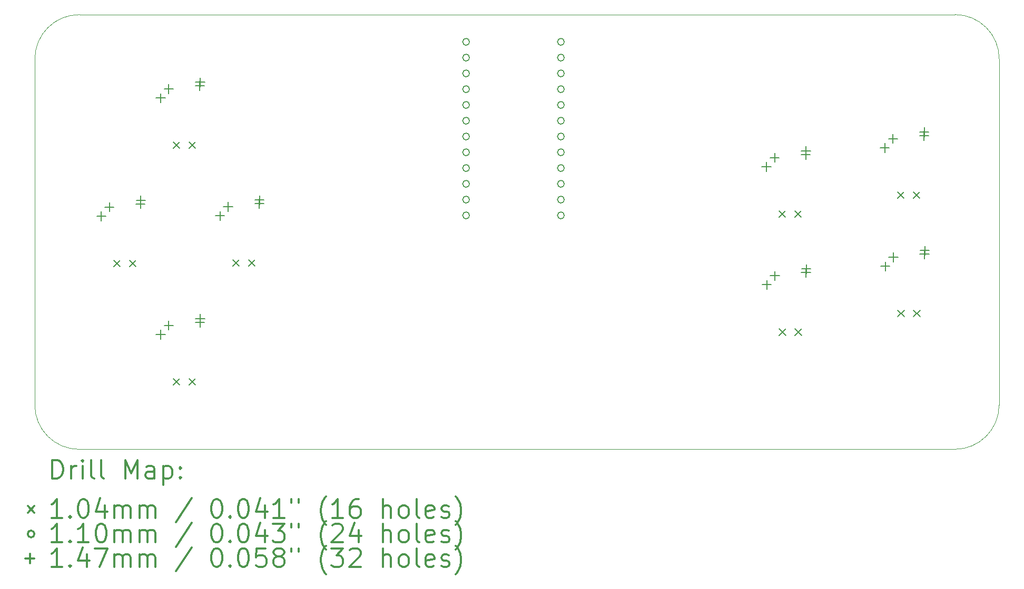
<source format=gbr>
%FSLAX45Y45*%
G04 Gerber Fmt 4.5, Leading zero omitted, Abs format (unit mm)*
G04 Created by KiCad (PCBNEW (5.1.4)-1) date 2022-05-26 19:20:16*
%MOMM*%
%LPD*%
G04 APERTURE LIST*
%ADD10C,0.120000*%
%ADD11C,0.200000*%
%ADD12C,0.300000*%
G04 APERTURE END LIST*
D10*
X6781459Y-3895695D02*
X20855068Y-3894489D01*
X6066599Y-10183027D02*
X6067084Y-4610070D01*
X20854260Y-10893790D02*
X6778657Y-10894232D01*
X21567126Y-4605695D02*
X21565465Y-10181732D01*
X20855457Y-3894490D02*
G75*
G02X21567126Y-4605695I-390J-712058D01*
G01*
X21565465Y-10182122D02*
G75*
G02X20854260Y-10893790I-712058J390D01*
G01*
X6778268Y-10894232D02*
G75*
G02X6066599Y-10183027I390J712058D01*
G01*
X6067084Y-4610070D02*
G75*
G02X6781459Y-3895695I714375J0D01*
G01*
D11*
X8289514Y-5947216D02*
X8393514Y-6051216D01*
X8393514Y-5947216D02*
X8289514Y-6051216D01*
X8543514Y-5947216D02*
X8647514Y-6051216D01*
X8647514Y-5947216D02*
X8543514Y-6051216D01*
X18032849Y-8954528D02*
X18136849Y-9058528D01*
X18136849Y-8954528D02*
X18032849Y-9058528D01*
X18027979Y-7054181D02*
X18131979Y-7158181D01*
X18131979Y-7054181D02*
X18027979Y-7158181D01*
X18281979Y-7054181D02*
X18385979Y-7158181D01*
X18385979Y-7054181D02*
X18281979Y-7158181D01*
X19937951Y-8657312D02*
X20041951Y-8761312D01*
X20041951Y-8657312D02*
X19937951Y-8761312D01*
X20191951Y-8657312D02*
X20295951Y-8761312D01*
X20295951Y-8657312D02*
X20191951Y-8761312D01*
X9245082Y-7843416D02*
X9349082Y-7947416D01*
X9349082Y-7843416D02*
X9245082Y-7947416D01*
X9499082Y-7843416D02*
X9603082Y-7947416D01*
X9603082Y-7843416D02*
X9499082Y-7947416D01*
X8290776Y-9755097D02*
X8394776Y-9859097D01*
X8394776Y-9755097D02*
X8290776Y-9859097D01*
X8544776Y-9755097D02*
X8648776Y-9859097D01*
X8648776Y-9755097D02*
X8544776Y-9859097D01*
X18286849Y-8954528D02*
X18390849Y-9058528D01*
X18390849Y-8954528D02*
X18286849Y-9058528D01*
X19930946Y-6749457D02*
X20034946Y-6853457D01*
X20034946Y-6749457D02*
X19930946Y-6853457D01*
X20184946Y-6749457D02*
X20288946Y-6853457D01*
X20288946Y-6749457D02*
X20184946Y-6853457D01*
X7336470Y-7849553D02*
X7440470Y-7953553D01*
X7440470Y-7849553D02*
X7336470Y-7953553D01*
X7590470Y-7849553D02*
X7694470Y-7953553D01*
X7694470Y-7849553D02*
X7590470Y-7953553D01*
X13052961Y-4333875D02*
G75*
G03X13052961Y-4333875I-55000J0D01*
G01*
X13052961Y-4587875D02*
G75*
G03X13052961Y-4587875I-55000J0D01*
G01*
X13052961Y-4841875D02*
G75*
G03X13052961Y-4841875I-55000J0D01*
G01*
X13052961Y-5095875D02*
G75*
G03X13052961Y-5095875I-55000J0D01*
G01*
X13052961Y-5349875D02*
G75*
G03X13052961Y-5349875I-55000J0D01*
G01*
X13052961Y-5603875D02*
G75*
G03X13052961Y-5603875I-55000J0D01*
G01*
X13052961Y-5857875D02*
G75*
G03X13052961Y-5857875I-55000J0D01*
G01*
X13052961Y-6111875D02*
G75*
G03X13052961Y-6111875I-55000J0D01*
G01*
X13052961Y-6365875D02*
G75*
G03X13052961Y-6365875I-55000J0D01*
G01*
X13052961Y-6619875D02*
G75*
G03X13052961Y-6619875I-55000J0D01*
G01*
X13052961Y-6873875D02*
G75*
G03X13052961Y-6873875I-55000J0D01*
G01*
X13052961Y-7127875D02*
G75*
G03X13052961Y-7127875I-55000J0D01*
G01*
X14576961Y-4333875D02*
G75*
G03X14576961Y-4333875I-55000J0D01*
G01*
X14576961Y-4587875D02*
G75*
G03X14576961Y-4587875I-55000J0D01*
G01*
X14576961Y-4841875D02*
G75*
G03X14576961Y-4841875I-55000J0D01*
G01*
X14576961Y-5095875D02*
G75*
G03X14576961Y-5095875I-55000J0D01*
G01*
X14576961Y-5349875D02*
G75*
G03X14576961Y-5349875I-55000J0D01*
G01*
X14576961Y-5603875D02*
G75*
G03X14576961Y-5603875I-55000J0D01*
G01*
X14576961Y-5857875D02*
G75*
G03X14576961Y-5857875I-55000J0D01*
G01*
X14576961Y-6111875D02*
G75*
G03X14576961Y-6111875I-55000J0D01*
G01*
X14576961Y-6365875D02*
G75*
G03X14576961Y-6365875I-55000J0D01*
G01*
X14576961Y-6619875D02*
G75*
G03X14576961Y-6619875I-55000J0D01*
G01*
X14576961Y-6873875D02*
G75*
G03X14576961Y-6873875I-55000J0D01*
G01*
X14576961Y-7127875D02*
G75*
G03X14576961Y-7127875I-55000J0D01*
G01*
X17830849Y-8171028D02*
X17830849Y-8318028D01*
X17757349Y-8244528D02*
X17904349Y-8244528D01*
X17961849Y-8025028D02*
X17961849Y-8172028D01*
X17888349Y-8098528D02*
X18035349Y-8098528D01*
X18461849Y-7975028D02*
X18461849Y-8122028D01*
X18388349Y-8048528D02*
X18535349Y-8048528D01*
X18465849Y-7917028D02*
X18465849Y-8064028D01*
X18392349Y-7990528D02*
X18539349Y-7990528D01*
X19728946Y-5965957D02*
X19728946Y-6112957D01*
X19655446Y-6039457D02*
X19802446Y-6039457D01*
X19859946Y-5819957D02*
X19859946Y-5966957D01*
X19786446Y-5893457D02*
X19933446Y-5893457D01*
X20359946Y-5769957D02*
X20359946Y-5916957D01*
X20286446Y-5843457D02*
X20433446Y-5843457D01*
X20363946Y-5711957D02*
X20363946Y-5858957D01*
X20290446Y-5785457D02*
X20437446Y-5785457D01*
X7134470Y-7066053D02*
X7134470Y-7213053D01*
X7060970Y-7139553D02*
X7207970Y-7139553D01*
X7265470Y-6920053D02*
X7265470Y-7067053D01*
X7191970Y-6993553D02*
X7338970Y-6993553D01*
X7765470Y-6870053D02*
X7765470Y-7017053D01*
X7691970Y-6943553D02*
X7838970Y-6943553D01*
X7769470Y-6812053D02*
X7769470Y-6959053D01*
X7695970Y-6885553D02*
X7842970Y-6885553D01*
X17825979Y-6270681D02*
X17825979Y-6417681D01*
X17752479Y-6344181D02*
X17899479Y-6344181D01*
X17956979Y-6124681D02*
X17956979Y-6271681D01*
X17883479Y-6198181D02*
X18030479Y-6198181D01*
X18456979Y-6074681D02*
X18456979Y-6221681D01*
X18383479Y-6148181D02*
X18530479Y-6148181D01*
X18460979Y-6016681D02*
X18460979Y-6163681D01*
X18387479Y-6090181D02*
X18534479Y-6090181D01*
X19735951Y-7873812D02*
X19735951Y-8020812D01*
X19662451Y-7947312D02*
X19809451Y-7947312D01*
X19866951Y-7727812D02*
X19866951Y-7874812D01*
X19793451Y-7801312D02*
X19940451Y-7801312D01*
X20366951Y-7677812D02*
X20366951Y-7824812D01*
X20293451Y-7751312D02*
X20440451Y-7751312D01*
X20370951Y-7619812D02*
X20370951Y-7766812D01*
X20297451Y-7693312D02*
X20444451Y-7693312D01*
X9043082Y-7059916D02*
X9043082Y-7206916D01*
X8969582Y-7133416D02*
X9116582Y-7133416D01*
X9174082Y-6913916D02*
X9174082Y-7060916D01*
X9100582Y-6987416D02*
X9247582Y-6987416D01*
X9674082Y-6863916D02*
X9674082Y-7010916D01*
X9600582Y-6937416D02*
X9747582Y-6937416D01*
X9678082Y-6805916D02*
X9678082Y-6952916D01*
X9604582Y-6879416D02*
X9751582Y-6879416D01*
X8088776Y-8971597D02*
X8088776Y-9118597D01*
X8015276Y-9045097D02*
X8162276Y-9045097D01*
X8219776Y-8825597D02*
X8219776Y-8972597D01*
X8146276Y-8899097D02*
X8293276Y-8899097D01*
X8719776Y-8775597D02*
X8719776Y-8922597D01*
X8646276Y-8849097D02*
X8793276Y-8849097D01*
X8723776Y-8717597D02*
X8723776Y-8864597D01*
X8650276Y-8791097D02*
X8797276Y-8791097D01*
X8087514Y-5163716D02*
X8087514Y-5310716D01*
X8014014Y-5237216D02*
X8161014Y-5237216D01*
X8218514Y-5017716D02*
X8218514Y-5164716D01*
X8145014Y-5091216D02*
X8292014Y-5091216D01*
X8718514Y-4967716D02*
X8718514Y-5114716D01*
X8645014Y-5041216D02*
X8792014Y-5041216D01*
X8722514Y-4909716D02*
X8722514Y-5056716D01*
X8649014Y-4983216D02*
X8796014Y-4983216D01*
D12*
X6347028Y-11365946D02*
X6347028Y-11065946D01*
X6418456Y-11065946D01*
X6461313Y-11080232D01*
X6489885Y-11108803D01*
X6504171Y-11137375D01*
X6518456Y-11194518D01*
X6518456Y-11237375D01*
X6504171Y-11294518D01*
X6489885Y-11323089D01*
X6461313Y-11351660D01*
X6418456Y-11365946D01*
X6347028Y-11365946D01*
X6647028Y-11365946D02*
X6647028Y-11165946D01*
X6647028Y-11223089D02*
X6661313Y-11194518D01*
X6675599Y-11180232D01*
X6704171Y-11165946D01*
X6732742Y-11165946D01*
X6832742Y-11365946D02*
X6832742Y-11165946D01*
X6832742Y-11065946D02*
X6818456Y-11080232D01*
X6832742Y-11094518D01*
X6847028Y-11080232D01*
X6832742Y-11065946D01*
X6832742Y-11094518D01*
X7018456Y-11365946D02*
X6989885Y-11351660D01*
X6975599Y-11323089D01*
X6975599Y-11065946D01*
X7175599Y-11365946D02*
X7147028Y-11351660D01*
X7132742Y-11323089D01*
X7132742Y-11065946D01*
X7518456Y-11365946D02*
X7518456Y-11065946D01*
X7618456Y-11280232D01*
X7718456Y-11065946D01*
X7718456Y-11365946D01*
X7989885Y-11365946D02*
X7989885Y-11208803D01*
X7975599Y-11180232D01*
X7947028Y-11165946D01*
X7889885Y-11165946D01*
X7861313Y-11180232D01*
X7989885Y-11351660D02*
X7961313Y-11365946D01*
X7889885Y-11365946D01*
X7861313Y-11351660D01*
X7847028Y-11323089D01*
X7847028Y-11294518D01*
X7861313Y-11265946D01*
X7889885Y-11251660D01*
X7961313Y-11251660D01*
X7989885Y-11237375D01*
X8132742Y-11165946D02*
X8132742Y-11465946D01*
X8132742Y-11180232D02*
X8161313Y-11165946D01*
X8218456Y-11165946D01*
X8247028Y-11180232D01*
X8261313Y-11194518D01*
X8275599Y-11223089D01*
X8275599Y-11308803D01*
X8261313Y-11337375D01*
X8247028Y-11351660D01*
X8218456Y-11365946D01*
X8161313Y-11365946D01*
X8132742Y-11351660D01*
X8404171Y-11337375D02*
X8418456Y-11351660D01*
X8404171Y-11365946D01*
X8389885Y-11351660D01*
X8404171Y-11337375D01*
X8404171Y-11365946D01*
X8404171Y-11180232D02*
X8418456Y-11194518D01*
X8404171Y-11208803D01*
X8389885Y-11194518D01*
X8404171Y-11180232D01*
X8404171Y-11208803D01*
X5956599Y-11808232D02*
X6060599Y-11912232D01*
X6060599Y-11808232D02*
X5956599Y-11912232D01*
X6504171Y-11995946D02*
X6332742Y-11995946D01*
X6418456Y-11995946D02*
X6418456Y-11695946D01*
X6389885Y-11738803D01*
X6361313Y-11767375D01*
X6332742Y-11781660D01*
X6632742Y-11967375D02*
X6647028Y-11981660D01*
X6632742Y-11995946D01*
X6618456Y-11981660D01*
X6632742Y-11967375D01*
X6632742Y-11995946D01*
X6832742Y-11695946D02*
X6861313Y-11695946D01*
X6889885Y-11710232D01*
X6904171Y-11724518D01*
X6918456Y-11753089D01*
X6932742Y-11810232D01*
X6932742Y-11881660D01*
X6918456Y-11938803D01*
X6904171Y-11967375D01*
X6889885Y-11981660D01*
X6861313Y-11995946D01*
X6832742Y-11995946D01*
X6804171Y-11981660D01*
X6789885Y-11967375D01*
X6775599Y-11938803D01*
X6761313Y-11881660D01*
X6761313Y-11810232D01*
X6775599Y-11753089D01*
X6789885Y-11724518D01*
X6804171Y-11710232D01*
X6832742Y-11695946D01*
X7189885Y-11795946D02*
X7189885Y-11995946D01*
X7118456Y-11681660D02*
X7047028Y-11895946D01*
X7232742Y-11895946D01*
X7347028Y-11995946D02*
X7347028Y-11795946D01*
X7347028Y-11824518D02*
X7361313Y-11810232D01*
X7389885Y-11795946D01*
X7432742Y-11795946D01*
X7461313Y-11810232D01*
X7475599Y-11838803D01*
X7475599Y-11995946D01*
X7475599Y-11838803D02*
X7489885Y-11810232D01*
X7518456Y-11795946D01*
X7561313Y-11795946D01*
X7589885Y-11810232D01*
X7604171Y-11838803D01*
X7604171Y-11995946D01*
X7747028Y-11995946D02*
X7747028Y-11795946D01*
X7747028Y-11824518D02*
X7761313Y-11810232D01*
X7789885Y-11795946D01*
X7832742Y-11795946D01*
X7861313Y-11810232D01*
X7875599Y-11838803D01*
X7875599Y-11995946D01*
X7875599Y-11838803D02*
X7889885Y-11810232D01*
X7918456Y-11795946D01*
X7961313Y-11795946D01*
X7989885Y-11810232D01*
X8004171Y-11838803D01*
X8004171Y-11995946D01*
X8589885Y-11681660D02*
X8332742Y-12067375D01*
X8975599Y-11695946D02*
X9004171Y-11695946D01*
X9032742Y-11710232D01*
X9047028Y-11724518D01*
X9061313Y-11753089D01*
X9075599Y-11810232D01*
X9075599Y-11881660D01*
X9061313Y-11938803D01*
X9047028Y-11967375D01*
X9032742Y-11981660D01*
X9004171Y-11995946D01*
X8975599Y-11995946D01*
X8947028Y-11981660D01*
X8932742Y-11967375D01*
X8918456Y-11938803D01*
X8904171Y-11881660D01*
X8904171Y-11810232D01*
X8918456Y-11753089D01*
X8932742Y-11724518D01*
X8947028Y-11710232D01*
X8975599Y-11695946D01*
X9204171Y-11967375D02*
X9218456Y-11981660D01*
X9204171Y-11995946D01*
X9189885Y-11981660D01*
X9204171Y-11967375D01*
X9204171Y-11995946D01*
X9404171Y-11695946D02*
X9432742Y-11695946D01*
X9461313Y-11710232D01*
X9475599Y-11724518D01*
X9489885Y-11753089D01*
X9504171Y-11810232D01*
X9504171Y-11881660D01*
X9489885Y-11938803D01*
X9475599Y-11967375D01*
X9461313Y-11981660D01*
X9432742Y-11995946D01*
X9404171Y-11995946D01*
X9375599Y-11981660D01*
X9361313Y-11967375D01*
X9347028Y-11938803D01*
X9332742Y-11881660D01*
X9332742Y-11810232D01*
X9347028Y-11753089D01*
X9361313Y-11724518D01*
X9375599Y-11710232D01*
X9404171Y-11695946D01*
X9761313Y-11795946D02*
X9761313Y-11995946D01*
X9689885Y-11681660D02*
X9618456Y-11895946D01*
X9804171Y-11895946D01*
X10075599Y-11995946D02*
X9904171Y-11995946D01*
X9989885Y-11995946D02*
X9989885Y-11695946D01*
X9961313Y-11738803D01*
X9932742Y-11767375D01*
X9904171Y-11781660D01*
X10189885Y-11695946D02*
X10189885Y-11753089D01*
X10304171Y-11695946D02*
X10304171Y-11753089D01*
X10747028Y-12110232D02*
X10732742Y-12095946D01*
X10704171Y-12053089D01*
X10689885Y-12024518D01*
X10675599Y-11981660D01*
X10661313Y-11910232D01*
X10661313Y-11853089D01*
X10675599Y-11781660D01*
X10689885Y-11738803D01*
X10704171Y-11710232D01*
X10732742Y-11667375D01*
X10747028Y-11653089D01*
X11018456Y-11995946D02*
X10847028Y-11995946D01*
X10932742Y-11995946D02*
X10932742Y-11695946D01*
X10904171Y-11738803D01*
X10875599Y-11767375D01*
X10847028Y-11781660D01*
X11275599Y-11695946D02*
X11218456Y-11695946D01*
X11189885Y-11710232D01*
X11175599Y-11724518D01*
X11147028Y-11767375D01*
X11132742Y-11824518D01*
X11132742Y-11938803D01*
X11147028Y-11967375D01*
X11161313Y-11981660D01*
X11189885Y-11995946D01*
X11247028Y-11995946D01*
X11275599Y-11981660D01*
X11289885Y-11967375D01*
X11304171Y-11938803D01*
X11304171Y-11867375D01*
X11289885Y-11838803D01*
X11275599Y-11824518D01*
X11247028Y-11810232D01*
X11189885Y-11810232D01*
X11161313Y-11824518D01*
X11147028Y-11838803D01*
X11132742Y-11867375D01*
X11661313Y-11995946D02*
X11661313Y-11695946D01*
X11789885Y-11995946D02*
X11789885Y-11838803D01*
X11775599Y-11810232D01*
X11747028Y-11795946D01*
X11704171Y-11795946D01*
X11675599Y-11810232D01*
X11661313Y-11824518D01*
X11975599Y-11995946D02*
X11947028Y-11981660D01*
X11932742Y-11967375D01*
X11918456Y-11938803D01*
X11918456Y-11853089D01*
X11932742Y-11824518D01*
X11947028Y-11810232D01*
X11975599Y-11795946D01*
X12018456Y-11795946D01*
X12047028Y-11810232D01*
X12061313Y-11824518D01*
X12075599Y-11853089D01*
X12075599Y-11938803D01*
X12061313Y-11967375D01*
X12047028Y-11981660D01*
X12018456Y-11995946D01*
X11975599Y-11995946D01*
X12247028Y-11995946D02*
X12218456Y-11981660D01*
X12204171Y-11953089D01*
X12204171Y-11695946D01*
X12475599Y-11981660D02*
X12447028Y-11995946D01*
X12389885Y-11995946D01*
X12361313Y-11981660D01*
X12347028Y-11953089D01*
X12347028Y-11838803D01*
X12361313Y-11810232D01*
X12389885Y-11795946D01*
X12447028Y-11795946D01*
X12475599Y-11810232D01*
X12489885Y-11838803D01*
X12489885Y-11867375D01*
X12347028Y-11895946D01*
X12604171Y-11981660D02*
X12632742Y-11995946D01*
X12689885Y-11995946D01*
X12718456Y-11981660D01*
X12732742Y-11953089D01*
X12732742Y-11938803D01*
X12718456Y-11910232D01*
X12689885Y-11895946D01*
X12647028Y-11895946D01*
X12618456Y-11881660D01*
X12604171Y-11853089D01*
X12604171Y-11838803D01*
X12618456Y-11810232D01*
X12647028Y-11795946D01*
X12689885Y-11795946D01*
X12718456Y-11810232D01*
X12832742Y-12110232D02*
X12847028Y-12095946D01*
X12875599Y-12053089D01*
X12889885Y-12024518D01*
X12904171Y-11981660D01*
X12918456Y-11910232D01*
X12918456Y-11853089D01*
X12904171Y-11781660D01*
X12889885Y-11738803D01*
X12875599Y-11710232D01*
X12847028Y-11667375D01*
X12832742Y-11653089D01*
X6060599Y-12256232D02*
G75*
G03X6060599Y-12256232I-55000J0D01*
G01*
X6504171Y-12391946D02*
X6332742Y-12391946D01*
X6418456Y-12391946D02*
X6418456Y-12091946D01*
X6389885Y-12134803D01*
X6361313Y-12163375D01*
X6332742Y-12177660D01*
X6632742Y-12363375D02*
X6647028Y-12377660D01*
X6632742Y-12391946D01*
X6618456Y-12377660D01*
X6632742Y-12363375D01*
X6632742Y-12391946D01*
X6932742Y-12391946D02*
X6761313Y-12391946D01*
X6847028Y-12391946D02*
X6847028Y-12091946D01*
X6818456Y-12134803D01*
X6789885Y-12163375D01*
X6761313Y-12177660D01*
X7118456Y-12091946D02*
X7147028Y-12091946D01*
X7175599Y-12106232D01*
X7189885Y-12120518D01*
X7204171Y-12149089D01*
X7218456Y-12206232D01*
X7218456Y-12277660D01*
X7204171Y-12334803D01*
X7189885Y-12363375D01*
X7175599Y-12377660D01*
X7147028Y-12391946D01*
X7118456Y-12391946D01*
X7089885Y-12377660D01*
X7075599Y-12363375D01*
X7061313Y-12334803D01*
X7047028Y-12277660D01*
X7047028Y-12206232D01*
X7061313Y-12149089D01*
X7075599Y-12120518D01*
X7089885Y-12106232D01*
X7118456Y-12091946D01*
X7347028Y-12391946D02*
X7347028Y-12191946D01*
X7347028Y-12220518D02*
X7361313Y-12206232D01*
X7389885Y-12191946D01*
X7432742Y-12191946D01*
X7461313Y-12206232D01*
X7475599Y-12234803D01*
X7475599Y-12391946D01*
X7475599Y-12234803D02*
X7489885Y-12206232D01*
X7518456Y-12191946D01*
X7561313Y-12191946D01*
X7589885Y-12206232D01*
X7604171Y-12234803D01*
X7604171Y-12391946D01*
X7747028Y-12391946D02*
X7747028Y-12191946D01*
X7747028Y-12220518D02*
X7761313Y-12206232D01*
X7789885Y-12191946D01*
X7832742Y-12191946D01*
X7861313Y-12206232D01*
X7875599Y-12234803D01*
X7875599Y-12391946D01*
X7875599Y-12234803D02*
X7889885Y-12206232D01*
X7918456Y-12191946D01*
X7961313Y-12191946D01*
X7989885Y-12206232D01*
X8004171Y-12234803D01*
X8004171Y-12391946D01*
X8589885Y-12077660D02*
X8332742Y-12463375D01*
X8975599Y-12091946D02*
X9004171Y-12091946D01*
X9032742Y-12106232D01*
X9047028Y-12120518D01*
X9061313Y-12149089D01*
X9075599Y-12206232D01*
X9075599Y-12277660D01*
X9061313Y-12334803D01*
X9047028Y-12363375D01*
X9032742Y-12377660D01*
X9004171Y-12391946D01*
X8975599Y-12391946D01*
X8947028Y-12377660D01*
X8932742Y-12363375D01*
X8918456Y-12334803D01*
X8904171Y-12277660D01*
X8904171Y-12206232D01*
X8918456Y-12149089D01*
X8932742Y-12120518D01*
X8947028Y-12106232D01*
X8975599Y-12091946D01*
X9204171Y-12363375D02*
X9218456Y-12377660D01*
X9204171Y-12391946D01*
X9189885Y-12377660D01*
X9204171Y-12363375D01*
X9204171Y-12391946D01*
X9404171Y-12091946D02*
X9432742Y-12091946D01*
X9461313Y-12106232D01*
X9475599Y-12120518D01*
X9489885Y-12149089D01*
X9504171Y-12206232D01*
X9504171Y-12277660D01*
X9489885Y-12334803D01*
X9475599Y-12363375D01*
X9461313Y-12377660D01*
X9432742Y-12391946D01*
X9404171Y-12391946D01*
X9375599Y-12377660D01*
X9361313Y-12363375D01*
X9347028Y-12334803D01*
X9332742Y-12277660D01*
X9332742Y-12206232D01*
X9347028Y-12149089D01*
X9361313Y-12120518D01*
X9375599Y-12106232D01*
X9404171Y-12091946D01*
X9761313Y-12191946D02*
X9761313Y-12391946D01*
X9689885Y-12077660D02*
X9618456Y-12291946D01*
X9804171Y-12291946D01*
X9889885Y-12091946D02*
X10075599Y-12091946D01*
X9975599Y-12206232D01*
X10018456Y-12206232D01*
X10047028Y-12220518D01*
X10061313Y-12234803D01*
X10075599Y-12263375D01*
X10075599Y-12334803D01*
X10061313Y-12363375D01*
X10047028Y-12377660D01*
X10018456Y-12391946D01*
X9932742Y-12391946D01*
X9904171Y-12377660D01*
X9889885Y-12363375D01*
X10189885Y-12091946D02*
X10189885Y-12149089D01*
X10304171Y-12091946D02*
X10304171Y-12149089D01*
X10747028Y-12506232D02*
X10732742Y-12491946D01*
X10704171Y-12449089D01*
X10689885Y-12420518D01*
X10675599Y-12377660D01*
X10661313Y-12306232D01*
X10661313Y-12249089D01*
X10675599Y-12177660D01*
X10689885Y-12134803D01*
X10704171Y-12106232D01*
X10732742Y-12063375D01*
X10747028Y-12049089D01*
X10847028Y-12120518D02*
X10861313Y-12106232D01*
X10889885Y-12091946D01*
X10961313Y-12091946D01*
X10989885Y-12106232D01*
X11004171Y-12120518D01*
X11018456Y-12149089D01*
X11018456Y-12177660D01*
X11004171Y-12220518D01*
X10832742Y-12391946D01*
X11018456Y-12391946D01*
X11275599Y-12191946D02*
X11275599Y-12391946D01*
X11204171Y-12077660D02*
X11132742Y-12291946D01*
X11318456Y-12291946D01*
X11661313Y-12391946D02*
X11661313Y-12091946D01*
X11789885Y-12391946D02*
X11789885Y-12234803D01*
X11775599Y-12206232D01*
X11747028Y-12191946D01*
X11704171Y-12191946D01*
X11675599Y-12206232D01*
X11661313Y-12220518D01*
X11975599Y-12391946D02*
X11947028Y-12377660D01*
X11932742Y-12363375D01*
X11918456Y-12334803D01*
X11918456Y-12249089D01*
X11932742Y-12220518D01*
X11947028Y-12206232D01*
X11975599Y-12191946D01*
X12018456Y-12191946D01*
X12047028Y-12206232D01*
X12061313Y-12220518D01*
X12075599Y-12249089D01*
X12075599Y-12334803D01*
X12061313Y-12363375D01*
X12047028Y-12377660D01*
X12018456Y-12391946D01*
X11975599Y-12391946D01*
X12247028Y-12391946D02*
X12218456Y-12377660D01*
X12204171Y-12349089D01*
X12204171Y-12091946D01*
X12475599Y-12377660D02*
X12447028Y-12391946D01*
X12389885Y-12391946D01*
X12361313Y-12377660D01*
X12347028Y-12349089D01*
X12347028Y-12234803D01*
X12361313Y-12206232D01*
X12389885Y-12191946D01*
X12447028Y-12191946D01*
X12475599Y-12206232D01*
X12489885Y-12234803D01*
X12489885Y-12263375D01*
X12347028Y-12291946D01*
X12604171Y-12377660D02*
X12632742Y-12391946D01*
X12689885Y-12391946D01*
X12718456Y-12377660D01*
X12732742Y-12349089D01*
X12732742Y-12334803D01*
X12718456Y-12306232D01*
X12689885Y-12291946D01*
X12647028Y-12291946D01*
X12618456Y-12277660D01*
X12604171Y-12249089D01*
X12604171Y-12234803D01*
X12618456Y-12206232D01*
X12647028Y-12191946D01*
X12689885Y-12191946D01*
X12718456Y-12206232D01*
X12832742Y-12506232D02*
X12847028Y-12491946D01*
X12875599Y-12449089D01*
X12889885Y-12420518D01*
X12904171Y-12377660D01*
X12918456Y-12306232D01*
X12918456Y-12249089D01*
X12904171Y-12177660D01*
X12889885Y-12134803D01*
X12875599Y-12106232D01*
X12847028Y-12063375D01*
X12832742Y-12049089D01*
X5987099Y-12578732D02*
X5987099Y-12725732D01*
X5913599Y-12652232D02*
X6060599Y-12652232D01*
X6504171Y-12787946D02*
X6332742Y-12787946D01*
X6418456Y-12787946D02*
X6418456Y-12487946D01*
X6389885Y-12530803D01*
X6361313Y-12559375D01*
X6332742Y-12573660D01*
X6632742Y-12759375D02*
X6647028Y-12773660D01*
X6632742Y-12787946D01*
X6618456Y-12773660D01*
X6632742Y-12759375D01*
X6632742Y-12787946D01*
X6904171Y-12587946D02*
X6904171Y-12787946D01*
X6832742Y-12473660D02*
X6761313Y-12687946D01*
X6947028Y-12687946D01*
X7032742Y-12487946D02*
X7232742Y-12487946D01*
X7104171Y-12787946D01*
X7347028Y-12787946D02*
X7347028Y-12587946D01*
X7347028Y-12616518D02*
X7361313Y-12602232D01*
X7389885Y-12587946D01*
X7432742Y-12587946D01*
X7461313Y-12602232D01*
X7475599Y-12630803D01*
X7475599Y-12787946D01*
X7475599Y-12630803D02*
X7489885Y-12602232D01*
X7518456Y-12587946D01*
X7561313Y-12587946D01*
X7589885Y-12602232D01*
X7604171Y-12630803D01*
X7604171Y-12787946D01*
X7747028Y-12787946D02*
X7747028Y-12587946D01*
X7747028Y-12616518D02*
X7761313Y-12602232D01*
X7789885Y-12587946D01*
X7832742Y-12587946D01*
X7861313Y-12602232D01*
X7875599Y-12630803D01*
X7875599Y-12787946D01*
X7875599Y-12630803D02*
X7889885Y-12602232D01*
X7918456Y-12587946D01*
X7961313Y-12587946D01*
X7989885Y-12602232D01*
X8004171Y-12630803D01*
X8004171Y-12787946D01*
X8589885Y-12473660D02*
X8332742Y-12859375D01*
X8975599Y-12487946D02*
X9004171Y-12487946D01*
X9032742Y-12502232D01*
X9047028Y-12516518D01*
X9061313Y-12545089D01*
X9075599Y-12602232D01*
X9075599Y-12673660D01*
X9061313Y-12730803D01*
X9047028Y-12759375D01*
X9032742Y-12773660D01*
X9004171Y-12787946D01*
X8975599Y-12787946D01*
X8947028Y-12773660D01*
X8932742Y-12759375D01*
X8918456Y-12730803D01*
X8904171Y-12673660D01*
X8904171Y-12602232D01*
X8918456Y-12545089D01*
X8932742Y-12516518D01*
X8947028Y-12502232D01*
X8975599Y-12487946D01*
X9204171Y-12759375D02*
X9218456Y-12773660D01*
X9204171Y-12787946D01*
X9189885Y-12773660D01*
X9204171Y-12759375D01*
X9204171Y-12787946D01*
X9404171Y-12487946D02*
X9432742Y-12487946D01*
X9461313Y-12502232D01*
X9475599Y-12516518D01*
X9489885Y-12545089D01*
X9504171Y-12602232D01*
X9504171Y-12673660D01*
X9489885Y-12730803D01*
X9475599Y-12759375D01*
X9461313Y-12773660D01*
X9432742Y-12787946D01*
X9404171Y-12787946D01*
X9375599Y-12773660D01*
X9361313Y-12759375D01*
X9347028Y-12730803D01*
X9332742Y-12673660D01*
X9332742Y-12602232D01*
X9347028Y-12545089D01*
X9361313Y-12516518D01*
X9375599Y-12502232D01*
X9404171Y-12487946D01*
X9775599Y-12487946D02*
X9632742Y-12487946D01*
X9618456Y-12630803D01*
X9632742Y-12616518D01*
X9661313Y-12602232D01*
X9732742Y-12602232D01*
X9761313Y-12616518D01*
X9775599Y-12630803D01*
X9789885Y-12659375D01*
X9789885Y-12730803D01*
X9775599Y-12759375D01*
X9761313Y-12773660D01*
X9732742Y-12787946D01*
X9661313Y-12787946D01*
X9632742Y-12773660D01*
X9618456Y-12759375D01*
X9961313Y-12616518D02*
X9932742Y-12602232D01*
X9918456Y-12587946D01*
X9904171Y-12559375D01*
X9904171Y-12545089D01*
X9918456Y-12516518D01*
X9932742Y-12502232D01*
X9961313Y-12487946D01*
X10018456Y-12487946D01*
X10047028Y-12502232D01*
X10061313Y-12516518D01*
X10075599Y-12545089D01*
X10075599Y-12559375D01*
X10061313Y-12587946D01*
X10047028Y-12602232D01*
X10018456Y-12616518D01*
X9961313Y-12616518D01*
X9932742Y-12630803D01*
X9918456Y-12645089D01*
X9904171Y-12673660D01*
X9904171Y-12730803D01*
X9918456Y-12759375D01*
X9932742Y-12773660D01*
X9961313Y-12787946D01*
X10018456Y-12787946D01*
X10047028Y-12773660D01*
X10061313Y-12759375D01*
X10075599Y-12730803D01*
X10075599Y-12673660D01*
X10061313Y-12645089D01*
X10047028Y-12630803D01*
X10018456Y-12616518D01*
X10189885Y-12487946D02*
X10189885Y-12545089D01*
X10304171Y-12487946D02*
X10304171Y-12545089D01*
X10747028Y-12902232D02*
X10732742Y-12887946D01*
X10704171Y-12845089D01*
X10689885Y-12816518D01*
X10675599Y-12773660D01*
X10661313Y-12702232D01*
X10661313Y-12645089D01*
X10675599Y-12573660D01*
X10689885Y-12530803D01*
X10704171Y-12502232D01*
X10732742Y-12459375D01*
X10747028Y-12445089D01*
X10832742Y-12487946D02*
X11018456Y-12487946D01*
X10918456Y-12602232D01*
X10961313Y-12602232D01*
X10989885Y-12616518D01*
X11004171Y-12630803D01*
X11018456Y-12659375D01*
X11018456Y-12730803D01*
X11004171Y-12759375D01*
X10989885Y-12773660D01*
X10961313Y-12787946D01*
X10875599Y-12787946D01*
X10847028Y-12773660D01*
X10832742Y-12759375D01*
X11132742Y-12516518D02*
X11147028Y-12502232D01*
X11175599Y-12487946D01*
X11247028Y-12487946D01*
X11275599Y-12502232D01*
X11289885Y-12516518D01*
X11304171Y-12545089D01*
X11304171Y-12573660D01*
X11289885Y-12616518D01*
X11118456Y-12787946D01*
X11304171Y-12787946D01*
X11661313Y-12787946D02*
X11661313Y-12487946D01*
X11789885Y-12787946D02*
X11789885Y-12630803D01*
X11775599Y-12602232D01*
X11747028Y-12587946D01*
X11704171Y-12587946D01*
X11675599Y-12602232D01*
X11661313Y-12616518D01*
X11975599Y-12787946D02*
X11947028Y-12773660D01*
X11932742Y-12759375D01*
X11918456Y-12730803D01*
X11918456Y-12645089D01*
X11932742Y-12616518D01*
X11947028Y-12602232D01*
X11975599Y-12587946D01*
X12018456Y-12587946D01*
X12047028Y-12602232D01*
X12061313Y-12616518D01*
X12075599Y-12645089D01*
X12075599Y-12730803D01*
X12061313Y-12759375D01*
X12047028Y-12773660D01*
X12018456Y-12787946D01*
X11975599Y-12787946D01*
X12247028Y-12787946D02*
X12218456Y-12773660D01*
X12204171Y-12745089D01*
X12204171Y-12487946D01*
X12475599Y-12773660D02*
X12447028Y-12787946D01*
X12389885Y-12787946D01*
X12361313Y-12773660D01*
X12347028Y-12745089D01*
X12347028Y-12630803D01*
X12361313Y-12602232D01*
X12389885Y-12587946D01*
X12447028Y-12587946D01*
X12475599Y-12602232D01*
X12489885Y-12630803D01*
X12489885Y-12659375D01*
X12347028Y-12687946D01*
X12604171Y-12773660D02*
X12632742Y-12787946D01*
X12689885Y-12787946D01*
X12718456Y-12773660D01*
X12732742Y-12745089D01*
X12732742Y-12730803D01*
X12718456Y-12702232D01*
X12689885Y-12687946D01*
X12647028Y-12687946D01*
X12618456Y-12673660D01*
X12604171Y-12645089D01*
X12604171Y-12630803D01*
X12618456Y-12602232D01*
X12647028Y-12587946D01*
X12689885Y-12587946D01*
X12718456Y-12602232D01*
X12832742Y-12902232D02*
X12847028Y-12887946D01*
X12875599Y-12845089D01*
X12889885Y-12816518D01*
X12904171Y-12773660D01*
X12918456Y-12702232D01*
X12918456Y-12645089D01*
X12904171Y-12573660D01*
X12889885Y-12530803D01*
X12875599Y-12502232D01*
X12847028Y-12459375D01*
X12832742Y-12445089D01*
M02*

</source>
